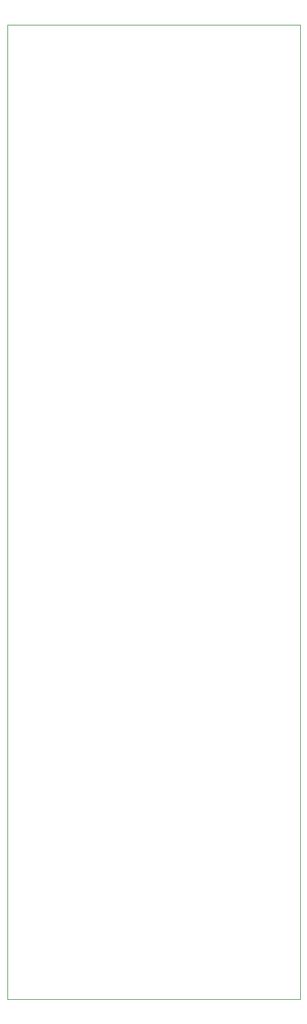
<source format=gm1>
G04 #@! TF.GenerationSoftware,KiCad,Pcbnew,(6.0.0)*
G04 #@! TF.CreationDate,2022-01-31T09:39:20+01:00*
G04 #@! TF.ProjectId,Snare+Hihat,536e6172-652b-4486-9968-61742e6b6963,rev?*
G04 #@! TF.SameCoordinates,Original*
G04 #@! TF.FileFunction,Profile,NP*
%FSLAX46Y46*%
G04 Gerber Fmt 4.6, Leading zero omitted, Abs format (unit mm)*
G04 Created by KiCad (PCBNEW (6.0.0)) date 2022-01-31 09:39:20*
%MOMM*%
%LPD*%
G01*
G04 APERTURE LIST*
G04 #@! TA.AperFunction,Profile*
%ADD10C,0.050000*%
G04 #@! TD*
G04 APERTURE END LIST*
D10*
X117500000Y-19500000D02*
X117499999Y-145500001D01*
X117500000Y-19500000D02*
X157500000Y-19500000D01*
X157500000Y-19500000D02*
X157500000Y-152500000D01*
X157500000Y-152500000D02*
X117500000Y-152500000D01*
X117500000Y-152500000D02*
X117499999Y-145500001D01*
M02*

</source>
